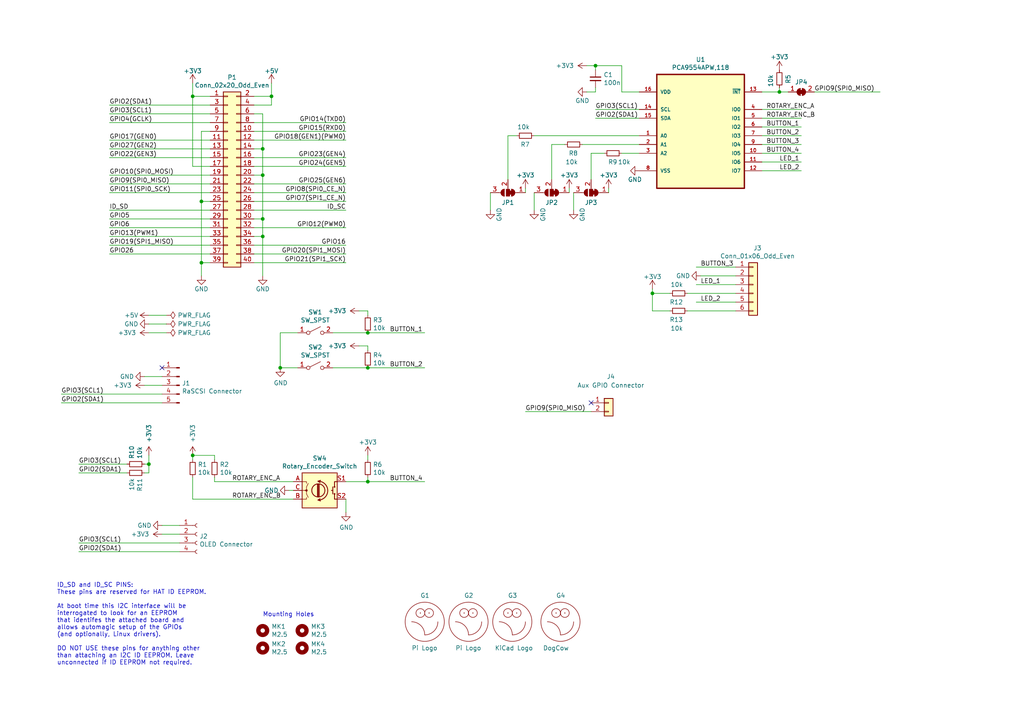
<source format=kicad_sch>
(kicad_sch (version 20211123) (generator eeschema)
  (paper "A4")
  (title_block (date "15 nov 2012"))
  (lib_symbols
    (symbol "Connector:Conn_01x04_Female" (pin_names (offset 1.016) hide)
      (property "Reference" "J" (at 0 5.08 0))
      (property "Value" "Conn_01x04_Female" (at 0 -7.62 0))
      (symbol "Conn_01x04_Female_1_1"
        (arc (start 0 -4.572) (mid -0.508 -5.08) (end 0 -5.588) (stroke (width 0.1524)))
        (arc (start 0 -2.032) (mid -0.508 -2.54) (end 0 -3.048) (stroke (width 0.1524)))
        (polyline (pts (xy -1.27 -5.08) (xy -0.508 -5.08)) (stroke (width 0.1524)))
        (polyline (pts (xy -1.27 -2.54) (xy -0.508 -2.54)) (stroke (width 0.1524)))
        (polyline (pts (xy -1.27 0) (xy -0.508 0)) (stroke (width 0.1524)))
        (polyline (pts (xy -1.27 2.54) (xy -0.508 2.54)) (stroke (width 0.1524)))
        (arc (start 0 0.508) (mid -0.508 0) (end 0 -0.508) (stroke (width 0.1524)))
        (arc (start 0 3.048) (mid -0.508 2.54) (end 0 2.032) (stroke (width 0.1524)))
        (pin passive line (at -5.08 2.54 0) (length 3.81) (name "Pin_1") (number "1"))
        (pin passive line (at -5.08 0 0) (length 3.81) (name "Pin_2") (number "2"))
        (pin passive line (at -5.08 -2.54 0) (length 3.81) (name "Pin_3") (number "3"))
        (pin passive line (at -5.08 -5.08 0) (length 3.81) (name "Pin_4") (number "4"))
      )
    )
    (symbol "Connector:Conn_01x05_Male" (pin_names (offset 1.016) hide)
      (property "Reference" "J" (at 0 7.62 0))
      (property "Value" "Conn_01x05_Male" (at 0 -7.62 0))
      (symbol "Conn_01x05_Male_1_1"
        (polyline (pts (xy 1.27 -5.08) (xy 0.8636 -5.08)) (stroke (width 0.1524)))
        (polyline (pts (xy 1.27 -2.54) (xy 0.8636 -2.54)) (stroke (width 0.1524)))
        (polyline (pts (xy 1.27 0) (xy 0.8636 0)) (stroke (width 0.1524)))
        (polyline (pts (xy 1.27 2.54) (xy 0.8636 2.54)) (stroke (width 0.1524)))
        (polyline (pts (xy 1.27 5.08) (xy 0.8636 5.08)) (stroke (width 0.1524)))
        (rectangle (start 0.8636 -4.953) (end 0 -5.207) (stroke (width 0.1524)) (fill (type outline)))
        (rectangle (start 0.8636 -2.413) (end 0 -2.667) (stroke (width 0.1524)) (fill (type outline)))
        (rectangle (start 0.8636 0.127) (end 0 -0.127) (stroke (width 0.1524)) (fill (type outline)))
        (rectangle (start 0.8636 2.667) (end 0 2.413) (stroke (width 0.1524)) (fill (type outline)))
        (rectangle (start 0.8636 5.207) (end 0 4.953) (stroke (width 0.1524)) (fill (type outline)))
        (pin passive line (at 5.08 5.08 180) (length 3.81) (name "Pin_1") (number "1"))
        (pin passive line (at 5.08 2.54 180) (length 3.81) (name "Pin_2") (number "2"))
        (pin passive line (at 5.08 0 180) (length 3.81) (name "Pin_3") (number "3"))
        (pin passive line (at 5.08 -2.54 180) (length 3.81) (name "Pin_4") (number "4"))
        (pin passive line (at 5.08 -5.08 180) (length 3.81) (name "Pin_5") (number "5"))
      )
    )
    (symbol "Connector_Generic:Conn_01x02" (pin_names (offset 1.016) hide)
      (property "Reference" "J" (at 0 2.54 0))
      (property "Value" "Conn_01x02" (at 0 -5.08 0))
      (symbol "Conn_01x02_1_1"
        (rectangle (start -1.27 -2.413) (end 0 -2.667) (stroke (width 0.1524)))
        (rectangle (start -1.27 0.127) (end 0 -0.127) (stroke (width 0.1524)))
        (rectangle (start -1.27 1.27) (end 1.27 -3.81) (stroke (width 0.254)) (fill (type background)))
        (pin passive line (at -5.08 0 0) (length 3.81) (name "Pin_1") (number "1"))
        (pin passive line (at -5.08 -2.54 0) (length 3.81) (name "Pin_2") (number "2"))
      )
    )
    (symbol "Connector_Generic:Conn_01x06" (pin_names (offset 1.016) hide)
      (property "Reference" "J" (at 0 7.62 0))
      (property "Value" "Conn_01x06" (at 0 -10.16 0))
      (symbol "Conn_01x06_1_1"
        (rectangle (start -1.27 -7.493) (end 0 -7.747) (stroke (width 0.1524)))
        (rectangle (start -1.27 -4.953) (end 0 -5.207) (stroke (width 0.1524)))
        (rectangle (start -1.27 -2.413) (end 0 -2.667) (stroke (width 0.1524)))
        (rectangle (start -1.27 0.127) (end 0 -0.127) (stroke (width 0.1524)))
        (rectangle (start -1.27 2.667) (end 0 2.413) (stroke (width 0.1524)))
        (rectangle (start -1.27 5.207) (end 0 4.953) (stroke (width 0.1524)))
        (rectangle (start -1.27 6.35) (end 1.27 -8.89) (stroke (width 0.254)) (fill (type background)))
        (pin passive line (at -5.08 5.08 0) (length 3.81) (name "Pin_1") (number "1"))
        (pin passive line (at -5.08 2.54 0) (length 3.81) (name "Pin_2") (number "2"))
        (pin passive line (at -5.08 0 0) (length 3.81) (name "Pin_3") (number "3"))
        (pin passive line (at -5.08 -2.54 0) (length 3.81) (name "Pin_4") (number "4"))
        (pin passive line (at -5.08 -5.08 0) (length 3.81) (name "Pin_5") (number "5"))
        (pin passive line (at -5.08 -7.62 0) (length 3.81) (name "Pin_6") (number "6"))
      )
    )
    (symbol "Connector_Generic:Conn_02x20_Odd_Even" (pin_names (offset 1.016) hide)
      (property "Reference" "J" (at 1.27 25.4 0))
      (property "Value" "Conn_02x20_Odd_Even" (at 1.27 -27.94 0))
      (symbol "Conn_02x20_Odd_Even_1_1"
        (rectangle (start -1.27 -25.273) (end 0 -25.527) (stroke (width 0.1524)))
        (rectangle (start -1.27 -22.733) (end 0 -22.987) (stroke (width 0.1524)))
        (rectangle (start -1.27 -20.193) (end 0 -20.447) (stroke (width 0.1524)))
        (rectangle (start -1.27 -17.653) (end 0 -17.907) (stroke (width 0.1524)))
        (rectangle (start -1.27 -15.113) (end 0 -15.367) (stroke (width 0.1524)))
        (rectangle (start -1.27 -12.573) (end 0 -12.827) (stroke (width 0.1524)))
        (rectangle (start -1.27 -10.033) (end 0 -10.287) (stroke (width 0.1524)))
        (rectangle (start -1.27 -7.493) (end 0 -7.747) (stroke (width 0.1524)))
        (rectangle (start -1.27 -4.953) (end 0 -5.207) (stroke (width 0.1524)))
        (rectangle (start -1.27 -2.413) (end 0 -2.667) (stroke (width 0.1524)))
        (rectangle (start -1.27 0.127) (end 0 -0.127) (stroke (width 0.1524)))
        (rectangle (start -1.27 2.667) (end 0 2.413) (stroke (width 0.1524)))
        (rectangle (start -1.27 5.207) (end 0 4.953) (stroke (width 0.1524)))
        (rectangle (start -1.27 7.747) (end 0 7.493) (stroke (width 0.1524)))
        (rectangle (start -1.27 10.287) (end 0 10.033) (stroke (width 0.1524)))
        (rectangle (start -1.27 12.827) (end 0 12.573) (stroke (width 0.1524)))
        (rectangle (start -1.27 15.367) (end 0 15.113) (stroke (width 0.1524)))
        (rectangle (start -1.27 17.907) (end 0 17.653) (stroke (width 0.1524)))
        (rectangle (start -1.27 20.447) (end 0 20.193) (stroke (width 0.1524)))
        (rectangle (start -1.27 22.987) (end 0 22.733) (stroke (width 0.1524)))
        (rectangle (start -1.27 24.13) (end 3.81 -26.67) (stroke (width 0.254)) (fill (type background)))
        (rectangle (start 3.81 -25.273) (end 2.54 -25.527) (stroke (width 0.1524)))
        (rectangle (start 3.81 -22.733) (end 2.54 -22.987) (stroke (width 0.1524)))
        (rectangle (start 3.81 -20.193) (end 2.54 -20.447) (stroke (width 0.1524)))
        (rectangle (start 3.81 -17.653) (end 2.54 -17.907) (stroke (width 0.1524)))
        (rectangle (start 3.81 -15.113) (end 2.54 -15.367) (stroke (width 0.1524)))
        (rectangle (start 3.81 -12.573) (end 2.54 -12.827) (stroke (width 0.1524)))
        (rectangle (start 3.81 -10.033) (end 2.54 -10.287) (stroke (width 0.1524)))
        (rectangle (start 3.81 -7.493) (end 2.54 -7.747) (stroke (width 0.1524)))
        (rectangle (start 3.81 -4.953) (end 2.54 -5.207) (stroke (width 0.1524)))
        (rectangle (start 3.81 -2.413) (end 2.54 -2.667) (stroke (width 0.1524)))
        (rectangle (start 3.81 0.127) (end 2.54 -0.127) (stroke (width 0.1524)))
        (rectangle (start 3.81 2.667) (end 2.54 2.413) (stroke (width 0.1524)))
        (rectangle (start 3.81 5.207) (end 2.54 4.953) (stroke (width 0.1524)))
        (rectangle (start 3.81 7.747) (end 2.54 7.493) (stroke (width 0.1524)))
        (rectangle (start 3.81 10.287) (end 2.54 10.033) (stroke (width 0.1524)))
        (rectangle (start 3.81 12.827) (end 2.54 12.573) (stroke (width 0.1524)))
        (rectangle (start 3.81 15.367) (end 2.54 15.113) (stroke (width 0.1524)))
        (rectangle (start 3.81 17.907) (end 2.54 17.653) (stroke (width 0.1524)))
        (rectangle (start 3.81 20.447) (end 2.54 20.193) (stroke (width 0.1524)))
        (rectangle (start 3.81 22.987) (end 2.54 22.733) (stroke (width 0.1524)))
        (pin passive line (at -5.08 22.86 0) (length 3.81) (name "Pin_1") (number "1"))
        (pin passive line (at 7.62 12.7 180) (length 3.81) (name "Pin_10") (number "10"))
        (pin passive line (at -5.08 10.16 0) (length 3.81) (name "Pin_11") (number "11"))
        (pin passive line (at 7.62 10.16 180) (length 3.81) (name "Pin_12") (number "12"))
        (pin passive line (at -5.08 7.62 0) (length 3.81) (name "Pin_13") (number "13"))
        (pin passive line (at 7.62 7.62 180) (length 3.81) (name "Pin_14") (number "14"))
        (pin passive line (at -5.08 5.08 0) (length 3.81) (name "Pin_15") (number "15"))
        (pin passive line (at 7.62 5.08 180) (length 3.81) (name "Pin_16") (number "16"))
        (pin passive line (at -5.08 2.54 0) (length 3.81) (name "Pin_17") (number "17"))
        (pin passive line (at 7.62 2.54 180) (length 3.81) (name "Pin_18") (number "18"))
        (pin passive line (at -5.08 0 0) (length 3.81) (name "Pin_19") (number "19"))
        (pin passive line (at 7.62 22.86 180) (length 3.81) (name "Pin_2") (number "2"))
        (pin passive line (at 7.62 0 180) (length 3.81) (name "Pin_20") (number "20"))
        (pin passive line (at -5.08 -2.54 0) (length 3.81) (name "Pin_21") (number "21"))
        (pin passive line (at 7.62 -2.54 180) (length 3.81) (name "Pin_22") (number "22"))
        (pin passive line (at -5.08 -5.08 0) (length 3.81) (name "Pin_23") (number "23"))
        (pin passive line (at 7.62 -5.08 180) (length 3.81) (name "Pin_24") (number "24"))
        (pin passive line (at -5.08 -7.62 0) (length 3.81) (name "Pin_25") (number "25"))
        (pin passive line (at 7.62 -7.62 180) (length 3.81) (name "Pin_26") (number "26"))
        (pin passive line (at -5.08 -10.16 0) (length 3.81) (name "Pin_27") (number "27"))
        (pin passive line (at 7.62 -10.16 180) (length 3.81) (name "Pin_28") (number "28"))
        (pin passive line (at -5.08 -12.7 0) (length 3.81) (name "Pin_29") (number "29"))
        (pin passive line (at -5.08 20.32 0) (length 3.81) (name "Pin_3") (number "3"))
        (pin passive line (at 7.62 -12.7 180) (length 3.81) (name "Pin_30") (number "30"))
        (pin passive line (at -5.08 -15.24 0) (length 3.81) (name "Pin_31") (number "31"))
        (pin passive line (at 7.62 -15.24 180) (length 3.81) (name "Pin_32") (number "32"))
        (pin passive line (at -5.08 -17.78 0) (length 3.81) (name "Pin_33") (number "33"))
        (pin passive line (at 7.62 -17.78 180) (length 3.81) (name "Pin_34") (number "34"))
        (pin passive line (at -5.08 -20.32 0) (length 3.81) (name "Pin_35") (number "35"))
        (pin passive line (at 7.62 -20.32 180) (length 3.81) (name "Pin_36") (number "36"))
        (pin passive line (at -5.08 -22.86 0) (length 3.81) (name "Pin_37") (number "37"))
        (pin passive line (at 7.62 -22.86 180) (length 3.81) (name "Pin_38") (number "38"))
        (pin passive line (at -5.08 -25.4 0) (length 3.81) (name "Pin_39") (number "39"))
        (pin passive line (at 7.62 20.32 180) (length 3.81) (name "Pin_4") (number "4"))
        (pin passive line (at 7.62 -25.4 180) (length 3.81) (name "Pin_40") (number "40"))
        (pin passive line (at -5.08 17.78 0) (length 3.81) (name "Pin_5") (number "5"))
        (pin passive line (at 7.62 17.78 180) (length 3.81) (name "Pin_6") (number "6"))
        (pin passive line (at -5.08 15.24 0) (length 3.81) (name "Pin_7") (number "7"))
        (pin passive line (at 7.62 15.24 180) (length 3.81) (name "Pin_8") (number "8"))
        (pin passive line (at -5.08 12.7 0) (length 3.81) (name "Pin_9") (number "9"))
      )
    )
    (symbol "Device:C_Small" (pin_numbers hide) (pin_names (offset 0.254) hide)
      (property "Reference" "C" (at 0.254 1.778 0))
      (property "Value" "C_Small" (at 0.254 -2.032 0))
      (symbol "C_Small_0_1"
        (polyline (pts (xy -1.524 -0.508) (xy 1.524 -0.508)) (stroke (width 0.3302)))
        (polyline (pts (xy -1.524 0.508) (xy 1.524 0.508)) (stroke (width 0.3048)))
      )
      (symbol "C_Small_1_1"
        (pin passive line (at 0 2.54 270) (length 2.032) (name "~") (number "1"))
        (pin passive line (at 0 -2.54 90) (length 2.032) (name "~") (number "2"))
      )
    )
    (symbol "Device:R_Small" (pin_numbers hide) (pin_names (offset 0.254) hide)
      (property "Reference" "R" (at 0.762 0.508 0))
      (property "Value" "R_Small" (at 0.762 -1.016 0))
      (symbol "R_Small_0_1"
        (rectangle (start -0.762 1.778) (end 0.762 -1.778) (stroke (width 0.2032)))
      )
      (symbol "R_Small_1_1"
        (pin passive line (at 0 2.54 270) (length 0.762) (name "~") (number "1"))
        (pin passive line (at 0 -2.54 90) (length 0.762) (name "~") (number "2"))
      )
    )
    (symbol "Device:RotaryEncoder_Switch" (pin_names (offset 0.254) hide)
      (property "Reference" "SW" (at 0 6.604 0))
      (property "Value" "RotaryEncoder_Switch" (at 0 -6.604 0))
      (symbol "RotaryEncoder_Switch_0_1"
        (rectangle (start -5.08 5.08) (end 5.08 -5.08) (stroke (width 0.254)) (fill (type background)))
        (circle (center -3.81 0) (radius 0.254) (fill (type outline)))
        (arc (start -0.381 -2.794) (mid 2.3622 -0.0635) (end -0.381 2.667) (stroke (width 0.254)))
        (circle (center -0.381 0) (radius 1.905) (stroke (width 0.254)))
        (polyline (pts (xy -0.635 -1.778) (xy -0.635 1.778)) (stroke (width 0.254)))
        (polyline (pts (xy -0.381 -1.778) (xy -0.381 1.778)) (stroke (width 0.254)))
        (polyline (pts (xy -0.127 1.778) (xy -0.127 -1.778)) (stroke (width 0.254)))
        (polyline (pts (xy 3.81 0) (xy 3.429 0)) (stroke (width 0.254)))
        (polyline (pts (xy 3.81 1.016) (xy 3.81 -1.016)) (stroke (width 0.254)))
        (polyline (pts (xy -5.08 -2.54) (xy -3.81 -2.54) (xy -3.81 -2.032)))
        (polyline (pts (xy -5.08 2.54) (xy -3.81 2.54) (xy -3.81 2.032)))
        (polyline (pts (xy 0.254 -3.048) (xy -0.508 -2.794) (xy 0.127 -2.413)) (stroke (width 0.254)))
        (polyline (pts (xy 0.254 2.921) (xy -0.508 2.667) (xy 0.127 2.286)) (stroke (width 0.254)))
        (polyline (pts (xy 5.08 -2.54) (xy 4.318 -2.54) (xy 4.318 -1.016)) (stroke (width 0.254)))
        (polyline (pts (xy 5.08 2.54) (xy 4.318 2.54) (xy 4.318 1.016)) (stroke (width 0.254)))
        (polyline (pts (xy -5.08 0) (xy -3.81 0) (xy -3.81 -1.016) (xy -3.302 -2.032)))
        (polyline (pts (xy -4.318 0) (xy -3.81 0) (xy -3.81 1.016) (xy -3.302 2.032)))
        (circle (center 4.318 -1.016) (radius 0.127) (stroke (width 0.254)))
        (circle (center 4.318 1.016) (radius 0.127) (stroke (width 0.254)))
      )
      (symbol "RotaryEncoder_Switch_1_1"
        (pin passive line (at -7.62 2.54 0) (length 2.54) (name "A") (number "A"))
        (pin passive line (at -7.62 -2.54 0) (length 2.54) (name "B") (number "B"))
        (pin passive line (at -7.62 0 0) (length 2.54) (name "C") (number "C"))
        (pin passive line (at 7.62 2.54 180) (length 2.54) (name "S1") (number "S1"))
        (pin passive line (at 7.62 -2.54 180) (length 2.54) (name "S2") (number "S2"))
      )
    )
    (symbol "Jumper:SolderJumper_2_Bridged" (pin_names (offset 0) hide)
      (property "Reference" "JP" (at 0 2.032 0))
      (property "Value" "SolderJumper_2_Bridged" (at 0 -2.54 0))
      (symbol "SolderJumper_2_Bridged_0_1"
        (rectangle (start -0.508 0.508) (end 0.508 -0.508) (fill (type outline)))
        (arc (start -0.254 1.016) (mid -1.27 0) (end -0.254 -1.016))
        (arc (start -0.254 1.016) (mid -1.27 0) (end -0.254 -1.016) (fill (type outline)))
        (polyline (pts (xy -0.254 1.016) (xy -0.254 -1.016)))
        (polyline (pts (xy 0.254 1.016) (xy 0.254 -1.016)))
        (arc (start 0.254 -1.016) (mid 1.27 0) (end 0.254 1.016))
        (arc (start 0.254 -1.016) (mid 1.27 0) (end 0.254 1.016) (fill (type outline)))
      )
      (symbol "SolderJumper_2_Bridged_1_1"
        (pin passive line (at -3.81 0 0) (length 2.54) (name "A") (number "1"))
        (pin passive line (at 3.81 0 180) (length 2.54) (name "B") (number "2"))
      )
    )
    (symbol "Jumper:SolderJumper_3_Bridged12" (pin_names (offset 0) hide)
      (property "Reference" "JP" (at -2.54 -2.54 0))
      (property "Value" "SolderJumper_3_Bridged12" (at 0 2.794 0))
      (symbol "SolderJumper_3_Bridged12_0_1"
        (rectangle (start -1.016 0.508) (end -0.508 -0.508) (fill (type outline)))
        (arc (start -1.016 1.016) (mid -2.032 0) (end -1.016 -1.016))
        (arc (start -1.016 1.016) (mid -2.032 0) (end -1.016 -1.016) (fill (type outline)))
        (rectangle (start -0.508 1.016) (end 0.508 -1.016) (fill (type outline)))
        (polyline (pts (xy -2.54 0) (xy -2.032 0)))
        (polyline (pts (xy -1.016 1.016) (xy -1.016 -1.016)))
        (polyline (pts (xy 0 -1.27) (xy 0 -1.016)))
        (polyline (pts (xy 1.016 1.016) (xy 1.016 -1.016)))
        (polyline (pts (xy 2.54 0) (xy 2.032 0)))
        (arc (start 1.016 -1.016) (mid 2.032 0) (end 1.016 1.016))
        (arc (start 1.016 -1.016) (mid 2.032 0) (end 1.016 1.016) (fill (type outline)))
      )
      (symbol "SolderJumper_3_Bridged12_1_1"
        (pin passive line (at -5.08 0 0) (length 2.54) (name "A") (number "1"))
        (pin passive line (at 0 -3.81 90) (length 2.54) (name "C") (number "2"))
        (pin passive line (at 5.08 0 180) (length 2.54) (name "B") (number "3"))
      )
    )
    (symbol "Mechanical:MountingHole" (pin_names (offset 1.016))
      (property "Reference" "H" (at 0 5.08 0))
      (property "Value" "MountingHole" (at 0 3.175 0))
      (symbol "MountingHole_0_1"
        (circle (center 0 0) (radius 1.27) (stroke (width 1.27)))
      )
    )
    (symbol "PCA9554APW_118:PCA9554APW,118" (pin_names (offset 1.016))
      (property "Reference" "U" (at -5.2832 15.875 0))
      (property "Value" "PCA9554APW,118" (at -4.9276 -25.8826 0))
      (symbol "PCA9554APW,118_0_0"
        (rectangle (start -12.7 -20.32) (end 12.7 12.7) (stroke (width 0.4064)) (fill (type background)))
        (pin input line (at -17.78 -5.08 0) (length 5.08) (name "A0") (number "1"))
        (pin bidirectional line (at 17.78 -10.16 180) (length 5.08) (name "IO5") (number "10"))
        (pin bidirectional line (at 17.78 -12.7 180) (length 5.08) (name "IO6") (number "11"))
        (pin bidirectional line (at 17.78 -15.24 180) (length 5.08) (name "IO7") (number "12"))
        (pin output line (at 17.78 7.62 180) (length 5.08) (name "~{INT}") (number "13"))
        (pin input line (at -17.78 2.54 0) (length 5.08) (name "SCL") (number "14"))
        (pin bidirectional line (at -17.78 0 0) (length 5.08) (name "SDA") (number "15"))
        (pin power_in line (at -17.78 7.62 0) (length 5.08) (name "VDD") (number "16"))
        (pin input line (at -17.78 -7.62 0) (length 5.08) (name "A1") (number "2"))
        (pin input line (at -17.78 -10.16 0) (length 5.08) (name "A2") (number "3"))
        (pin bidirectional line (at 17.78 2.54 180) (length 5.08) (name "IO0") (number "4"))
        (pin bidirectional line (at 17.78 0 180) (length 5.08) (name "IO1") (number "5"))
        (pin bidirectional line (at 17.78 -2.54 180) (length 5.08) (name "IO2") (number "6"))
        (pin bidirectional line (at 17.78 -5.08 180) (length 5.08) (name "IO3") (number "7"))
        (pin passive line (at -17.78 -15.24 0) (length 5.08) (name "VSS") (number "8"))
        (pin bidirectional line (at 17.78 -7.62 180) (length 5.08) (name "IO4") (number "9"))
      )
    )
    (symbol "Switch:SW_SPST" (pin_names (offset 0) hide)
      (property "Reference" "SW" (at 0 3.175 0))
      (property "Value" "SW_SPST" (at 0 -2.54 0))
      (symbol "SW_SPST_0_0"
        (circle (center -2.032 0) (radius 0.508))
        (polyline (pts (xy -1.524 0.254) (xy 1.524 1.778)))
        (circle (center 2.032 0) (radius 0.508))
      )
      (symbol "SW_SPST_1_1"
        (pin passive line (at -5.08 0 0) (length 2.54) (name "A") (number "1"))
        (pin passive line (at 5.08 0 180) (length 2.54) (name "B") (number "2"))
      )
    )
    (symbol "graphics:Generic_Graphic" (in_bom no)
      (property "Reference" "G?" (at 0 -7.62 0))
      (property "Value" "Generic_Graphic" (at 0 7.62 0))
      (symbol "Generic_Graphic_0_1"
        (circle (center -1.27 2.54) (radius 0.0001))
        (circle (center -1.27 2.54) (radius 1.27))
        (arc (start 0 -3.81) (mid 2.6941 2.6941) (end -3.81 0))
        (arc (start 0 -3.81) (mid 2.6941 -2.6941) (end 3.81 0))
        (circle (center 0 0) (radius 5.6796))
        (circle (center 1.27 2.54) (radius 0.0001))
        (circle (center 1.27 2.54) (radius 1.27))
      )
    )
    (symbol "power:+3.3V" (power) (pin_names (offset 0))
      (property "Value" "+3.3V" (at 0 3.556 0))
      (symbol "+3.3V_0_1"
        (polyline (pts (xy -0.762 1.27) (xy 0 2.54)))
        (polyline (pts (xy 0 0) (xy 0 2.54)))
        (polyline (pts (xy 0 2.54) (xy 0.762 1.27)))
      )
      (symbol "+3.3V_1_1"
        (pin power_in line (at 0 0 90) (length 0) hide (name "+3V3") (number "1"))
      )
    )
    (symbol "power:+3V3" (power) (pin_names (offset 0))
      (property "Value" "+3V3" (at 0 3.556 0))
      (symbol "+3V3_0_1"
        (polyline (pts (xy -0.762 1.27) (xy 0 2.54)))
        (polyline (pts (xy 0 0) (xy 0 2.54)))
        (polyline (pts (xy 0 2.54) (xy 0.762 1.27)))
      )
      (symbol "+3V3_1_1"
        (pin power_in line (at 0 0 90) (length 0) hide (name "+3V3") (number "1"))
      )
    )
    (symbol "power:+5V" (power) (pin_names (offset 0))
      (property "Value" "+5V" (at 0 3.556 0))
      (symbol "+5V_0_1"
        (polyline (pts (xy -0.762 1.27) (xy 0 2.54)))
        (polyline (pts (xy 0 0) (xy 0 2.54)))
        (polyline (pts (xy 0 2.54) (xy 0.762 1.27)))
      )
      (symbol "+5V_1_1"
        (pin power_in line (at 0 0 90) (length 0) hide (name "+5V") (number "1"))
      )
    )
    (symbol "power:GND" (power) (pin_names (offset 0))
      (property "Value" "GND" (at 0 -3.81 0))
      (symbol "GND_0_1"
        (polyline (pts (xy 0 0) (xy 0 -1.27) (xy 1.27 -1.27) (xy 0 -2.54) (xy -1.27 -1.27) (xy 0 -1.27)))
      )
      (symbol "GND_1_1"
        (pin power_in line (at 0 0 270) (length 0) hide (name "GND") (number "1"))
      )
    )
    (symbol "power:PWR_FLAG" (power) (pin_numbers hide) (pin_names (offset 0) hide)
      (property "Value" "PWR_FLAG" (at 0 3.81 0))
      (symbol "PWR_FLAG_0_0"
        (pin power_out line (at 0 0 90) (length 0) (name "pwr") (number "1"))
      )
      (symbol "PWR_FLAG_0_1"
        (polyline (pts (xy 0 0) (xy 0 1.27) (xy -1.016 1.905) (xy 0 2.54) (xy 1.016 1.905) (xy 0 1.27)))
      )
    )
  )
  (junction (at 55.88 132.08))
  (junction (at 55.88 27.94))
  (junction (at 189.23 85.09))
  (junction (at 81.28 106.68))
  (junction (at 76.2 68.58))
  (junction (at 76.2 63.5))
  (junction (at 106.68 106.68))
  (junction (at 58.42 58.42))
  (junction (at 76.2 50.8))
  (junction (at 106.68 96.52))
  (junction (at 78.74 27.94))
  (junction (at 172.72 19.05))
  (junction (at 58.42 76.2))
  (junction (at 43.18 134.62))
  (junction (at 106.68 139.7))
  (junction (at 226.06 26.67))
  (junction (at 76.2 43.18))
  (no_connect (at 171.45 116.84))
  (no_connect (at 46.99 106.68))
  (wire (pts (xy 22.86 157.48) (xy 52.07 157.48)))
  (wire (pts (xy 85.09 142.24) (xy 83.82 142.24)))
  (wire (pts (xy 76.2 63.5) (xy 73.66 63.5)))
  (wire (pts (xy 199.39 90.17) (xy 213.36 90.17)))
  (wire (pts (xy 76.2 43.18) (xy 76.2 50.8)))
  (wire (pts (xy 100.33 144.78) (xy 100.33 148.59)))
  (wire (pts (xy 142.24 60.96) (xy 142.24 55.88)))
  (wire (pts (xy 203.2 80.01) (xy 213.36 80.01)))
  (wire (pts (xy 31.75 73.66) (xy 60.96 73.66)))
  (wire (pts (xy 31.75 43.18) (xy 60.96 43.18)))
  (wire (pts (xy 73.66 71.12) (xy 100.33 71.12)))
  (wire (pts (xy 220.98 34.29) (xy 232.41 34.29)))
  (wire (pts (xy 152.4 119.38) (xy 171.45 119.38)))
  (wire (pts (xy 147.32 39.37) (xy 149.86 39.37)))
  (wire (pts (xy 73.66 73.66) (xy 100.33 73.66)))
  (wire (pts (xy 189.23 83.82) (xy 189.23 85.09)))
  (wire (pts (xy 172.72 20.32) (xy 172.72 19.05)))
  (wire (pts (xy 106.68 90.17) (xy 106.68 91.44)))
  (wire (pts (xy 73.66 38.1) (xy 100.33 38.1)))
  (wire (pts (xy 86.36 106.68) (xy 81.28 106.68)))
  (wire (pts (xy 46.99 152.4) (xy 52.07 152.4)))
  (wire (pts (xy 76.2 50.8) (xy 76.2 63.5)))
  (wire (pts (xy 166.37 55.88) (xy 166.37 60.96)))
  (wire (pts (xy 60.96 50.8) (xy 31.75 50.8)))
  (wire (pts (xy 201.93 77.47) (xy 213.36 77.47)))
  (wire (pts (xy 46.99 116.84) (xy 17.78 116.84)))
  (wire (pts (xy 58.42 58.42) (xy 58.42 76.2)))
  (wire (pts (xy 220.98 46.99) (xy 232.41 46.99)))
  (wire (pts (xy 76.2 33.02) (xy 73.66 33.02)))
  (wire (pts (xy 171.45 44.45) (xy 171.45 52.07)))
  (wire (pts (xy 76.2 63.5) (xy 76.2 68.58)))
  (wire (pts (xy 180.34 19.05) (xy 180.34 26.67)))
  (wire (pts (xy 189.23 85.09) (xy 194.31 85.09)))
  (wire (pts (xy 76.2 68.58) (xy 73.66 68.58)))
  (wire (pts (xy 41.91 134.62) (xy 43.18 134.62)))
  (wire (pts (xy 31.75 45.72) (xy 60.96 45.72)))
  (wire (pts (xy 73.66 45.72) (xy 100.33 45.72)))
  (wire (pts (xy 81.28 96.52) (xy 81.28 106.68)))
  (wire (pts (xy 31.75 63.5) (xy 60.96 63.5)))
  (wire (pts (xy 220.98 31.75) (xy 232.41 31.75)))
  (wire (pts (xy 73.66 48.26) (xy 100.33 48.26)))
  (wire (pts (xy 58.42 76.2) (xy 58.42 80.01)))
  (wire (pts (xy 226.06 26.67) (xy 228.6 26.67)))
  (wire (pts (xy 154.94 60.96) (xy 154.94 55.88)))
  (wire (pts (xy 78.74 27.94) (xy 73.66 27.94)))
  (wire (pts (xy 220.98 26.67) (xy 226.06 26.67)))
  (wire (pts (xy 104.14 90.17) (xy 106.68 90.17)))
  (wire (pts (xy 31.75 55.88) (xy 60.96 55.88)))
  (wire (pts (xy 73.66 40.64) (xy 100.33 40.64)))
  (wire (pts (xy 60.96 68.58) (xy 31.75 68.58)))
  (wire (pts (xy 76.2 68.58) (xy 76.2 80.01)))
  (wire (pts (xy 106.68 132.08) (xy 106.68 133.35)))
  (wire (pts (xy 180.34 26.67) (xy 185.42 26.67)))
  (wire (pts (xy 58.42 58.42) (xy 60.96 58.42)))
  (wire (pts (xy 76.2 33.02) (xy 76.2 43.18)))
  (wire (pts (xy 106.68 139.7) (xy 106.68 138.43)))
  (wire (pts (xy 154.94 39.37) (xy 185.42 39.37)))
  (wire (pts (xy 43.18 134.62) (xy 43.18 132.08)))
  (wire (pts (xy 73.66 53.34) (xy 100.33 53.34)))
  (wire (pts (xy 152.4 54.61) (xy 152.4 55.88)))
  (wire (pts (xy 58.42 76.2) (xy 60.96 76.2)))
  (wire (pts (xy 73.66 55.88) (xy 100.33 55.88)))
  (wire (pts (xy 189.23 85.09) (xy 189.23 90.17)))
  (wire (pts (xy 62.23 133.35) (xy 62.23 132.08)))
  (wire (pts (xy 220.98 39.37) (xy 232.41 39.37)))
  (wire (pts (xy 58.42 38.1) (xy 58.42 58.42)))
  (wire (pts (xy 96.52 106.68) (xy 106.68 106.68)))
  (wire (pts (xy 78.74 27.94) (xy 78.74 30.48)))
  (wire (pts (xy 170.18 19.05) (xy 172.72 19.05)))
  (wire (pts (xy 41.91 111.76) (xy 46.99 111.76)))
  (wire (pts (xy 73.66 76.2) (xy 100.33 76.2)))
  (wire (pts (xy 43.18 137.16) (xy 43.18 134.62)))
  (wire (pts (xy 185.42 41.91) (xy 168.91 41.91)))
  (wire (pts (xy 55.88 48.26) (xy 60.96 48.26)))
  (wire (pts (xy 43.18 91.44) (xy 48.26 91.44)))
  (wire (pts (xy 201.93 87.63) (xy 213.36 87.63)))
  (wire (pts (xy 73.66 60.96) (xy 100.33 60.96)))
  (wire (pts (xy 55.88 132.08) (xy 55.88 133.35)))
  (wire (pts (xy 170.18 26.67) (xy 172.72 26.67)))
  (wire (pts (xy 31.75 35.56) (xy 60.96 35.56)))
  (wire (pts (xy 104.14 100.33) (xy 106.68 100.33)))
  (wire (pts (xy 226.06 25.4) (xy 226.06 26.67)))
  (wire (pts (xy 106.68 100.33) (xy 106.68 101.6)))
  (wire (pts (xy 185.42 44.45) (xy 180.34 44.45)))
  (wire (pts (xy 55.88 27.94) (xy 60.96 27.94)))
  (wire (pts (xy 163.83 41.91) (xy 160.02 41.91)))
  (wire (pts (xy 100.33 139.7) (xy 106.68 139.7)))
  (wire (pts (xy 73.66 35.56) (xy 100.33 35.56)))
  (wire (pts (xy 172.72 31.75) (xy 185.42 31.75)))
  (wire (pts (xy 106.68 106.68) (xy 123.19 106.68)))
  (wire (pts (xy 78.74 30.48) (xy 73.66 30.48)))
  (wire (pts (xy 147.32 52.07) (xy 147.32 39.37)))
  (wire (pts (xy 31.75 66.04) (xy 60.96 66.04)))
  (wire (pts (xy 62.23 138.43) (xy 62.23 139.7)))
  (wire (pts (xy 78.74 24.13) (xy 78.74 27.94)))
  (wire (pts (xy 17.78 114.3) (xy 46.99 114.3)))
  (wire (pts (xy 76.2 43.18) (xy 73.66 43.18)))
  (wire (pts (xy 106.68 139.7) (xy 123.19 139.7)))
  (wire (pts (xy 73.66 58.42) (xy 100.33 58.42)))
  (wire (pts (xy 165.1 54.61) (xy 165.1 55.88)))
  (wire (pts (xy 41.91 137.16) (xy 43.18 137.16)))
  (wire (pts (xy 60.96 60.96) (xy 31.75 60.96)))
  (wire (pts (xy 236.22 26.67) (xy 255.27 26.67)))
  (wire (pts (xy 172.72 34.29) (xy 185.42 34.29)))
  (wire (pts (xy 31.75 33.02) (xy 60.96 33.02)))
  (wire (pts (xy 43.18 93.98) (xy 48.26 93.98)))
  (wire (pts (xy 175.26 44.45) (xy 171.45 44.45)))
  (wire (pts (xy 73.66 66.04) (xy 100.33 66.04)))
  (wire (pts (xy 22.86 137.16) (xy 36.83 137.16)))
  (wire (pts (xy 172.72 26.67) (xy 172.72 25.4)))
  (wire (pts (xy 160.02 41.91) (xy 160.02 52.07)))
  (wire (pts (xy 220.98 49.53) (xy 232.41 49.53)))
  (wire (pts (xy 81.28 96.52) (xy 86.36 96.52)))
  (wire (pts (xy 55.88 144.78) (xy 85.09 144.78)))
  (wire (pts (xy 220.98 44.45) (xy 232.41 44.45)))
  (wire (pts (xy 172.72 19.05) (xy 180.34 19.05)))
  (wire (pts (xy 41.91 109.22) (xy 46.99 109.22)))
  (wire (pts (xy 62.23 132.08) (xy 55.88 132.08)))
  (wire (pts (xy 31.75 71.12) (xy 60.96 71.12)))
  (wire (pts (xy 106.68 96.52) (xy 123.19 96.52)))
  (wire (pts (xy 58.42 38.1) (xy 60.96 38.1)))
  (wire (pts (xy 220.98 36.83) (xy 232.41 36.83)))
  (wire (pts (xy 60.96 30.48) (xy 31.75 30.48)))
  (wire (pts (xy 62.23 139.7) (xy 85.09 139.7)))
  (wire (pts (xy 31.75 53.34) (xy 60.96 53.34)))
  (wire (pts (xy 76.2 50.8) (xy 73.66 50.8)))
  (wire (pts (xy 96.52 96.52) (xy 106.68 96.52)))
  (wire (pts (xy 176.53 54.61) (xy 176.53 55.88)))
  (wire (pts (xy 60.96 40.64) (xy 31.75 40.64)))
  (wire (pts (xy 55.88 24.13) (xy 55.88 27.94)))
  (wire (pts (xy 189.23 90.17) (xy 194.31 90.17)))
  (wire (pts (xy 199.39 85.09) (xy 213.36 85.09)))
  (wire (pts (xy 55.88 138.43) (xy 55.88 144.78)))
  (wire (pts (xy 220.98 41.91) (xy 232.41 41.91)))
  (wire (pts (xy 43.18 96.52) (xy 48.26 96.52)))
  (wire (pts (xy 52.07 160.02) (xy 22.86 160.02)))
  (wire (pts (xy 201.93 82.55) (xy 213.36 82.55)))
  (wire (pts (xy 46.99 154.94) (xy 52.07 154.94)))
  (wire (pts (xy 22.86 134.62) (xy 36.83 134.62)))
  (wire (pts (xy 55.88 27.94) (xy 55.88 48.26)))
  (text "ID_SD and ID_SC PINS:\nThese pins are reserved for HAT ID EEPROM.\n\nAt boot time this I2C interface will be\ninterrogated to look for an EEPROM\nthat identifes the attached board and\nallows automagic setup of the GPIOs\n(and optionally, Linux drivers).\n\nDO NOT USE these pins for anything other\nthan attaching an I2C ID EEPROM. Leave\nunconnected if ID EEPROM not required." (at 16.51 193.04 0) (effects (font (size 1.27 1.27)) (justify left bottom)))
  (text "Mounting Holes" (at 76.2 179.07 0) (effects (font (size 1.27 1.27)) (justify left bottom)))
  (label "GPIO27(GEN2)" (at 31.75 43.18 0))
  (label "GPIO19(SPI1_MISO)" (at 31.75 71.12 0))
  (label "GPIO7(SPI1_CE_N)" (at 100.33 58.42 180))
  (label "LED_1" (at 226.06 46.99 0))
  (label "GPIO11(SPI0_SCK)" (at 31.75 55.88 0))
  (label "BUTTON_3" (at 222.25 41.91 0))
  (label "ID_SD" (at 31.75 60.96 0))
  (label "BUTTON_2" (at 113.03 106.68 0))
  (label "GPIO18(GEN1)(PWM0)" (at 100.33 40.64 180))
  (label "GPIO22(GEN3)" (at 31.75 45.72 0))
  (label "LED_2" (at 203.2 87.63 0))
  (label "GPIO21(SPI1_SCK)" (at 100.33 76.2 180))
  (label "GPIO9(SPI0_MISO)" (at 236.22 26.67 0))
  (label "GPIO5" (at 31.75 63.5 0))
  (label "ROTARY_ENC_A" (at 222.25 31.75 0))
  (label "GPIO25(GEN6)" (at 100.33 53.34 180))
  (label "GPIO2(SDA1)" (at 31.75 30.48 0))
  (label "GPIO3(SCL1)" (at 22.86 157.48 0))
  (label "ROTARY_ENC_B" (at 67.31 144.78 0))
  (label "BUTTON_1" (at 222.25 36.83 0))
  (label "GPIO14(TXD0)" (at 100.33 35.56 180))
  (label "GPIO13(PWM1)" (at 31.75 68.58 0))
  (label "BUTTON_1" (at 113.03 96.52 0))
  (label "GPIO16" (at 100.33 71.12 180))
  (label "LED_1" (at 203.2 82.55 0))
  (label "GPIO15(RXD0)" (at 100.33 38.1 180))
  (label "GPIO3(SCL1)" (at 31.75 33.02 0))
  (label "GPIO20(SPI1_MOSI)" (at 100.33 73.66 180))
  (label "GPIO2(SDA1)" (at 22.86 160.02 0))
  (label "GPIO6" (at 31.75 66.04 0))
  (label "GPIO8(SPI0_CE_N)" (at 100.33 55.88 180))
  (label "GPIO9(SPI0_MISO)" (at 152.4 119.38 0))
  (label "GPIO4(GCLK)" (at 31.75 35.56 0))
  (label "GPIO26" (at 31.75 73.66 0))
  (label "GPIO2(SDA1)" (at 172.72 34.29 0))
  (label "GPIO3(SCL1)" (at 22.86 134.62 0))
  (label "ID_SC" (at 100.33 60.96 180))
  (label "BUTTON_2" (at 222.25 39.37 0))
  (label "GPIO10(SPI0_MOSI)" (at 31.75 50.8 0))
  (label "GPIO3(SCL1)" (at 17.78 114.3 0))
  (label "GPIO2(SDA1)" (at 17.78 116.84 0))
  (label "GPIO12(PWM0)" (at 100.33 66.04 180))
  (label "BUTTON_4" (at 222.25 44.45 0))
  (label "GPIO24(GEN5)" (at 100.33 48.26 180))
  (label "GPIO2(SDA1)" (at 22.86 137.16 0))
  (label "GPIO3(SCL1)" (at 172.72 31.75 0))
  (label "BUTTON_3" (at 203.2 77.47 0))
  (label "GPIO17(GEN0)" (at 31.75 40.64 0))
  (label "LED_2" (at 226.06 49.53 0))
  (label "ROTARY_ENC_A" (at 67.31 139.7 0))
  (label "GPIO23(GEN4)" (at 100.33 45.72 180))
  (label "GPIO9(SPI0_MISO)" (at 31.75 53.34 0))
  (label "BUTTON_4" (at 113.03 139.7 0))
  (label "ROTARY_ENC_B" (at 222.25 34.29 0))
  (symbol (lib_id "power:+5V") (at 78.74 24.13 0) (unit 1)
    (property "Reference" "#PWR011" (effects hide))
    (property "Value" "+5V" (at 78.74 20.574 0))
  )
  (symbol (lib_id "power:+3.3V") (at 55.88 24.13 0) (unit 1)
    (property "Reference" "#PWR07" (effects hide))
    (property "Value" "+3.3V" (at 55.88 20.574 0))
  )
  (symbol (lib_id "power:GND") (at 76.2 80.01 0) (unit 1)
    (property "Reference" "#PWR010" (effects hide))
    (property "Value" "GND" (at 76.2 83.82 0))
  )
  (symbol (lib_id "power:GND") (at 58.42 80.01 0) (unit 1)
    (property "Reference" "#PWR09" (effects hide))
    (property "Value" "GND" (at 58.42 83.82 0))
  )
  (symbol (lib_id "Mechanical:MountingHole") (at 76.2 182.88 0) (unit 1)
    (property "Reference" "MK1" (at 78.74 181.7116 0) (effects (justify left)))
    (property "Value" "M2.5" (at 78.74 184.023 0) (effects (justify left)))
    (property "Footprint" "MountingHole:MountingHole_2.7mm_M2.5" (effects hide))
  )
  (symbol (lib_id "Mechanical:MountingHole") (at 87.63 182.88 0) (unit 1)
    (property "Reference" "MK3" (at 90.17 181.7116 0) (effects (justify left)))
    (property "Value" "M2.5" (at 90.17 184.023 0) (effects (justify left)))
    (property "Footprint" "MountingHole:MountingHole_2.7mm_M2.5" (effects hide))
  )
  (symbol (lib_id "Mechanical:MountingHole") (at 76.2 187.96 0) (unit 1)
    (property "Reference" "MK2" (at 78.74 186.7916 0) (effects (justify left)))
    (property "Value" "M2.5" (at 78.74 189.103 0) (effects (justify left)))
    (property "Footprint" "MountingHole:MountingHole_2.7mm_M2.5" (effects hide))
  )
  (symbol (lib_id "Mechanical:MountingHole") (at 87.63 187.96 0) (unit 1)
    (property "Reference" "MK4" (at 90.17 186.7916 0) (effects (justify left)))
    (property "Value" "M2.5" (at 90.17 189.103 0) (effects (justify left)))
    (property "Footprint" "MountingHole:MountingHole_2.7mm_M2.5" (effects hide))
  )
  (symbol (lib_id "Connector_Generic:Conn_02x20_Odd_Even") (at 66.04 50.8 0) (unit 1)
    (property "Reference" "P1" (at 67.31 22.4282 0))
    (property "Value" "Conn_02x20_Odd_Even" (at 67.31 24.7396 0))
    (property "Footprint" "Connector_PinSocket_2.54mm:PinSocket_2x20_P2.54mm_Vertical" (effects hide))
  )
  (symbol (lib_id "Connector:Conn_01x05_Male") (at 52.07 111.76 0) (mirror y) (unit 1)
    (property "Reference" "J1" (at 52.7812 111.1504 0) (effects (justify right)))
    (property "Value" "RaSCSI Connector" (at 52.7812 113.4618 0) (effects (justify right)))
    (property "Footprint" "Connector_PinHeader_2.54mm:PinHeader_1x05_P2.54mm_Vertical" (effects hide))
  )
  (symbol (lib_id "Switch:SW_SPST") (at 91.44 96.52 0) (unit 1)
    (property "Reference" "SW1" (at 91.44 90.551 0))
    (property "Value" "SW_SPST" (at 91.44 92.8624 0))
    (property "Footprint" "Button_Switch_THT:SW_PUSH_6mm_H5mm" (effects hide))
    (property "Datasheet" "https://datasheet.lcsc.com/lcsc/2108131530_Korean-Hroparts-Elec-K2-1102DP-C4SW-04_C110153.pdf" (effects hide))
    (property "LCSC" "C110153" (effects hide))
  )
  (symbol (lib_id "power:+3.3V") (at 43.18 132.08 0) (unit 1)
    (property "Reference" "#PWR029" (effects hide))
    (property "Value" "+3.3V" (at 43.18 125.73 90))
  )
  (symbol (lib_id "Switch:SW_SPST") (at 91.44 106.68 0) (unit 1)
    (property "Reference" "SW2" (at 91.44 100.711 0))
    (property "Value" "SW_SPST" (at 91.44 103.0224 0))
    (property "Footprint" "Button_Switch_THT:SW_PUSH_6mm_H5mm" (effects hide))
    (property "Datasheet" "https://datasheet.lcsc.com/lcsc/2108131530_Korean-Hroparts-Elec-K2-1102DP-C4SW-04_C110153.pdf" (effects hide))
    (property "LCSC" "C110153" (effects hide))
  )
  (symbol (lib_id "Device:R_Small") (at 106.68 93.98 0) (unit 1)
    (property "Reference" "R3" (at 108.1786 92.8116 0) (effects (justify left)))
    (property "Value" "10k" (at 108.1786 95.123 0) (effects (justify left)))
    (property "Footprint" "Resistor_SMD:R_0805_2012Metric" (effects hide))
    (property "LCSC" "C17414" (effects hide))
  )
  (symbol (lib_id "Device:R_Small") (at 106.68 104.14 0) (unit 1)
    (property "Reference" "R4" (at 108.1786 102.9716 0) (effects (justify left)))
    (property "Value" "10k" (at 108.1786 105.283 0) (effects (justify left)))
    (property "Footprint" "Resistor_SMD:R_0805_2012Metric" (effects hide))
    (property "LCSC" "C17414" (effects hide))
  )
  (symbol (lib_id "power:GND") (at 81.28 106.68 0) (unit 1)
    (property "Reference" "#PWR012" (effects hide))
    (property "Value" "GND" (at 81.407 111.0742 0))
  )
  (symbol (lib_id "Device:R_Small") (at 39.37 134.62 90) (unit 1)
    (property "Reference" "R10" (at 38.2016 133.1214 0) (effects (justify left)))
    (property "Value" "10k" (at 40.513 133.1214 0) (effects (justify left)))
    (property "Footprint" "Resistor_SMD:R_0805_2012Metric" (effects hide))
    (property "LCSC" "C17414" (effects hide))
  )
  (symbol (lib_id "power:+3V3") (at 104.14 90.17 90) (unit 1)
    (property "Reference" "#PWR015" (effects hide))
    (property "Value" "+3V3" (at 97.79 90.17 90))
  )
  (symbol (lib_id "Device:R_Small") (at 39.37 137.16 270) (unit 1)
    (property "Reference" "R11" (at 40.5384 138.6586 0) (effects (justify left)))
    (property "Value" "10k" (at 38.227 138.6586 0) (effects (justify left)))
    (property "Footprint" "Resistor_SMD:R_0805_2012Metric" (effects hide))
    (property "LCSC" "C17414" (effects hide))
  )
  (symbol (lib_id "power:+3V3") (at 104.14 100.33 90) (unit 1)
    (property "Reference" "#PWR016" (effects hide))
    (property "Value" "+3V3" (at 97.79 100.33 90))
  )
  (symbol (lib_id "Device:RotaryEncoder_Switch") (at 92.71 142.24 0) (unit 1)
    (property "Reference" "SW4" (at 92.71 132.9182 0))
    (property "Value" "Rotary_Encoder_Switch" (at 92.71 135.2296 0))
    (property "Footprint" "Rotary_Encoder:RotaryEncoder_Alps_EC11E-Switch_Vertical_H20mm" (effects hide))
  )
  (symbol (lib_id "Device:C_Small") (at 172.72 22.86 0) (unit 1)
    (property "Reference" "C1" (at 175.0568 21.6916 0) (effects (justify left)))
    (property "Value" "100n" (at 175.0568 24.003 0) (effects (justify left)))
    (property "Footprint" "Capacitor_SMD:C_0805_2012Metric" (effects hide))
    (property "LCSC" "C49678" (effects hide))
  )
  (symbol (lib_id "power:GND") (at 203.2 80.01 270) (unit 1)
    (property "Reference" "#PWR032" (effects hide))
    (property "Value" "GND" (at 198.12 80.01 90))
  )
  (symbol (lib_id "power:GND") (at 170.18 26.67 270) (unit 1)
    (property "Reference" "#PWR030" (effects hide))
    (property "Value" "GND" (at 168.91 29.21 90))
  )
  (symbol (lib_id "Device:R_Small") (at 106.68 135.89 0) (unit 1)
    (property "Reference" "R6" (at 108.1786 134.7216 0) (effects (justify left)))
    (property "Value" "10k" (at 108.1786 137.033 0) (effects (justify left)))
    (property "Footprint" "Resistor_SMD:R_0805_2012Metric" (effects hide))
    (property "LCSC" "C17414" (effects hide))
  )
  (symbol (lib_id "power:+3V3") (at 106.68 132.08 0) (unit 1)
    (property "Reference" "#PWR018" (effects hide))
    (property "Value" "+3V3" (at 106.68 128.27 0))
  )
  (symbol (lib_id "Device:R_Small") (at 196.85 90.17 90) (unit 1)
    (property "Reference" "R13" (at 198.12 92.71 90) (effects (justify left)))
    (property "Value" "10k" (at 198.12 95.25 90) (effects (justify left)))
    (property "Footprint" "Resistor_SMD:R_0805_2012Metric" (effects hide))
    (property "LCSC" "C17414" (effects hide))
  )
  (symbol (lib_id "Device:R_Small") (at 196.85 85.09 90) (unit 1)
    (property "Reference" "R12" (at 198.12 87.63 90) (effects (justify left)))
    (property "Value" "10k" (at 198.12 82.55 90) (effects (justify left)))
    (property "Footprint" "Resistor_SMD:R_0805_2012Metric" (effects hide))
    (property "LCSC" "C17414" (effects hide))
  )
  (symbol (lib_id "power:GND") (at 100.33 148.59 0) (unit 1)
    (property "Reference" "#PWR014" (effects hide))
    (property "Value" "GND" (at 100.457 152.9842 0))
  )
  (symbol (lib_id "Device:R_Small") (at 55.88 135.89 0) (unit 1)
    (property "Reference" "R1" (at 57.3786 134.7216 0) (effects (justify left)))
    (property "Value" "10k" (at 57.3786 137.033 0) (effects (justify left)))
    (property "Footprint" "Resistor_SMD:R_0805_2012Metric" (effects hide))
    (property "LCSC" "C17414" (effects hide))
  )
  (symbol (lib_id "power:+3V3") (at 55.88 132.08 0) (unit 1)
    (property "Reference" "#PWR08" (effects hide))
    (property "Value" "+3V3" (at 55.88 125.73 90))
  )
  (symbol (lib_id "Device:R_Small") (at 62.23 135.89 0) (unit 1)
    (property "Reference" "R2" (at 63.7286 134.7216 0) (effects (justify left)))
    (property "Value" "10k" (at 63.7286 137.033 0) (effects (justify left)))
    (property "Footprint" "Resistor_SMD:R_0805_2012Metric" (effects hide))
    (property "LCSC" "C17414" (effects hide))
  )
  (symbol (lib_id "power:GND") (at 83.82 142.24 270) (unit 1)
    (property "Reference" "#PWR013" (effects hide))
    (property "Value" "GND" (at 78.74 142.24 90))
  )
  (symbol (lib_id "power:+3.3V") (at 41.91 111.76 90) (unit 1)
    (property "Reference" "#PWR03" (effects hide))
    (property "Value" "+3.3V" (at 35.56 111.76 90))
  )
  (symbol (lib_id "power:GND") (at 41.91 109.22 270) (unit 1)
    (property "Reference" "#PWR02" (effects hide))
    (property "Value" "GND" (at 36.83 109.22 90))
  )
  (symbol (lib_id "Connector:Conn_01x04_Female") (at 57.15 154.94 0) (unit 1)
    (property "Reference" "J2" (at 57.8612 155.5496 0) (effects (justify left)))
    (property "Value" "OLED Connector" (at 57.8612 157.861 0) (effects (justify left)))
    (property "Footprint" "mousebites:0.9_and_1.3_in_OLED_Footprint" (effects hide))
  )
  (symbol (lib_id "power:+3.3V") (at 46.99 154.94 90) (unit 1)
    (property "Reference" "#PWR025" (effects hide))
    (property "Value" "+3.3V" (at 40.64 154.94 90))
  )
  (symbol (lib_id "power:GND") (at 46.99 152.4 270) (unit 1)
    (property "Reference" "#PWR024" (effects hide))
    (property "Value" "GND" (at 41.91 152.4 90))
  )
  (symbol (lib_id "Connector_Generic:Conn_01x06") (at 218.44 82.55 0) (unit 1)
    (property "Reference" "J3" (at 219.71 71.9582 0))
    (property "Value" "Conn_01x06_Odd_Even" (at 219.71 74.2696 0))
    (property "Footprint" "Connector_PinHeader_2.54mm:PinHeader_1x06_P2.54mm_Vertical" (effects hide))
  )
  (symbol (lib_id "power:+5V") (at 43.18 91.44 90) (unit 1)
    (property "Reference" "#PWR04" (effects hide))
    (property "Value" "+5V" (at 38.1 91.44 90))
  )
  (symbol (lib_id "power:+3.3V") (at 43.18 96.52 90) (unit 1)
    (property "Reference" "#PWR06" (effects hide))
    (property "Value" "+3.3V" (at 36.83 96.52 90))
  )
  (symbol (lib_id "power:GND") (at 43.18 93.98 270) (unit 1)
    (property "Reference" "#PWR05" (effects hide))
    (property "Value" "GND" (at 38.1 93.98 90))
  )
  (symbol (lib_id "power:PWR_FLAG") (at 48.26 91.44 270) (unit 1)
    (property "Reference" "#FLG01" (effects hide))
    (property "Value" "PWR_FLAG" (at 51.5112 91.44 90) (effects (justify left)))
  )
  (symbol (lib_id "power:PWR_FLAG") (at 48.26 93.98 270) (unit 1)
    (property "Reference" "#FLG02" (effects hide))
    (property "Value" "PWR_FLAG" (at 51.5112 93.98 90) (effects (justify left)))
  )
  (symbol (lib_id "power:PWR_FLAG") (at 48.26 96.52 270) (unit 1)
    (property "Reference" "#FLG03" (effects hide))
    (property "Value" "PWR_FLAG" (at 51.5112 96.52 90) (effects (justify left)))
  )
  (symbol (lib_id "PCA9554APW_118:PCA9554APW,118") (at 203.2 34.29 0) (unit 1)
    (property "Reference" "U1" (at 203.2 17.272 0))
    (property "Value" "PCA9554APW,118" (at 203.2 19.5834 0))
    (property "Footprint" "Package_SO:TSSOP-16_4.4x5mm_P0.65mm" (effects hide))
    (property "OC_FARNELL" "1831212" (effects hide))
    (property "OC_NEWARK" "70R6656" (effects hide))
    (property "MPN" "PCA9554APW,118" (effects hide))
    (property "PACKAGE" "TSSOP" (effects hide))
    (property "SUPPLIER" "NXP" (effects hide))
  )
  (symbol (lib_id "power:+3.3V") (at 170.18 19.05 90) (unit 1)
    (property "Reference" "#PWR027" (effects hide))
    (property "Value" "+3.3V" (at 163.83 19.05 90))
  )
  (symbol (lib_id "power:GND") (at 185.42 49.53 270) (unit 1)
    (property "Reference" "#PWR028" (effects hide))
    (property "Value" "GND" (at 184.15 52.07 90))
  )
  (symbol (lib_id "power:+3.3V") (at 189.23 83.82 0) (unit 1)
    (property "Reference" "#PWR031" (effects hide))
    (property "Value" "+3.3V" (at 189.23 80.264 0))
  )
  (symbol (lib_id "Jumper:SolderJumper_2_Bridged") (at 232.41 26.67 0) (unit 1)
    (property "Reference" "JP4" (at 232.41 23.7998 0))
    (property "Value" "SolderJumper_2_Open" (effects hide))
    (property "Footprint" "Jumper:SolderJumper-2_P1.3mm_Bridged_RoundedPad1.0x1.5mm" (effects hide))
  )
  (symbol (lib_id "Jumper:SolderJumper_3_Bridged12") (at 147.32 55.88 180) (unit 1)
    (property "Reference" "JP1" (at 147.32 58.7502 0))
    (property "Value" "SolderJumper_3_Bridged12" (effects hide))
    (property "Footprint" "Jumper:SolderJumper-3_P1.3mm_Bridged12_RoundedPad1.0x1.5mm" (effects hide))
  )
  (symbol (lib_id "Jumper:SolderJumper_3_Bridged12") (at 160.02 55.88 180) (unit 1)
    (property "Reference" "JP2" (at 160.02 58.7502 0))
    (property "Value" "SolderJumper_3_Bridged12" (effects hide))
    (property "Footprint" "Jumper:SolderJumper-3_P1.3mm_Bridged12_RoundedPad1.0x1.5mm" (effects hide))
  )
  (symbol (lib_id "Jumper:SolderJumper_3_Bridged12") (at 171.45 55.88 180) (unit 1)
    (property "Reference" "JP3" (at 171.45 58.7502 0))
    (property "Value" "SolderJumper_3_Bridged12" (effects hide))
    (property "Footprint" "Jumper:SolderJumper-3_P1.3mm_Bridged12_RoundedPad1.0x1.5mm" (effects hide))
  )
  (symbol (lib_id "Device:R_Small") (at 166.37 41.91 90) (unit 1)
    (property "Reference" "R8" (at 167.64 44.45 90) (effects (justify left)))
    (property "Value" "10k" (at 167.64 46.99 90) (effects (justify left)))
    (property "Footprint" "Resistor_SMD:R_0805_2012Metric" (effects hide))
    (property "LCSC" "C17414" (effects hide))
  )
  (symbol (lib_id "Device:R_Small") (at 177.8 44.45 90) (unit 1)
    (property "Reference" "R9" (at 179.07 46.99 90) (effects (justify left)))
    (property "Value" "10k" (at 182.88 46.99 90) (effects (justify left)))
    (property "Footprint" "Resistor_SMD:R_0805_2012Metric" (effects hide))
    (property "LCSC" "C17414" (effects hide))
  )
  (symbol (lib_id "Device:R_Small") (at 152.4 39.37 90) (unit 1)
    (property "Reference" "R7" (at 153.67 41.91 90) (effects (justify left)))
    (property "Value" "10k" (at 153.67 36.83 90) (effects (justify left)))
    (property "Footprint" "Resistor_SMD:R_0805_2012Metric" (effects hide))
    (property "LCSC" "C17414" (effects hide))
  )
  (symbol (lib_id "power:GND") (at 142.24 60.96 0) (unit 1)
    (property "Reference" "#PWR019" (effects hide))
    (property "Value" "GND" (at 144.78 62.23 90))
  )
  (symbol (lib_id "power:GND") (at 154.94 60.96 0) (unit 1)
    (property "Reference" "#PWR021" (effects hide))
    (property "Value" "GND" (at 157.48 62.23 90))
  )
  (symbol (lib_id "power:GND") (at 166.37 60.96 0) (unit 1)
    (property "Reference" "#PWR023" (effects hide))
    (property "Value" "GND" (at 168.91 62.23 90))
  )
  (symbol (lib_id "power:+3.3V") (at 176.53 54.61 0) (unit 1)
    (property "Reference" "#PWR026" (effects hide))
    (property "Value" "+3.3V" (at 176.53 50.8 0))
  )
  (symbol (lib_id "power:+3.3V") (at 165.1 54.61 0) (unit 1)
    (property "Reference" "#PWR022" (effects hide))
    (property "Value" "+3.3V" (at 165.1 50.8 0))
  )
  (symbol (lib_id "power:+3.3V") (at 152.4 54.61 0) (unit 1)
    (property "Reference" "#PWR020" (effects hide))
    (property "Value" "+3.3V" (at 152.4 50.8 0))
  )
  (symbol (lib_id "graphics:Generic_Graphic") (at 162.56 180.34 0) (unit 1) (in_bom no)
    (property "Reference" "G4" (at 161.29 172.72 0) (effects (justify left)))
    (property "Value" "DogCow" (at 157.48 187.96 0) (effects (justify left)))
    (property "Footprint" "mousebites:dogcow" (effects hide))
  )
  (symbol (lib_id "graphics:Generic_Graphic") (at 148.59 180.34 0) (unit 1) (in_bom no)
    (property "Reference" "G3" (at 147.32 172.72 0) (effects (justify left)))
    (property "Value" "KiCad Logo" (at 143.51 187.96 0) (effects (justify left)))
    (property "Footprint" "Symbol:KiCad-Logo2_5mm_SilkScreen" (effects hide))
  )
  (symbol (lib_id "Device:R_Small") (at 226.06 22.86 180) (unit 1)
    (property "Reference" "R5" (at 228.6 21.59 90) (effects (justify left)))
    (property "Value" "10k" (at 223.52 21.59 90) (effects (justify left)))
    (property "Footprint" "Resistor_SMD:R_0805_2012Metric" (effects hide))
    (property "LCSC" "C17414" (effects hide))
  )
  (symbol (lib_id "graphics:Generic_Graphic") (at 135.89 180.34 0) (unit 1) (in_bom no)
    (property "Reference" "G2" (at 134.62 172.72 0) (effects (justify left)))
    (property "Value" "Pi Logo" (at 132.08 187.96 0) (effects (justify left)))
    (property "Footprint" "mousebites:pi_logo" (effects hide))
  )
  (symbol (lib_id "power:+3.3V") (at 226.06 20.32 0) (unit 1)
    (property "Reference" "#PWR017" (effects hide))
    (property "Value" "+3.3V" (at 226.06 16.51 0))
  )
  (symbol (lib_id "graphics:Generic_Graphic") (at 123.19 180.34 0) (unit 1) (in_bom no)
    (property "Reference" "G1" (at 121.92 172.72 0) (effects (justify left)))
    (property "Value" "Pi Logo" (at 119.38 187.96 0) (effects (justify left)))
    (property "Footprint" "mousebites:pi_logo" (effects hide))
  )
  (symbol (lib_id "Connector_Generic:Conn_01x02") (at 176.53 116.84 0) (unit 1)
    (property "Reference" "J4" (at 177.165 109.22 0))
    (property "Value" "Aux GPIO Connector" (at 177.165 111.76 0))
    (property "Footprint" "Connector_PinHeader_2.54mm:PinHeader_1x02_P2.54mm_Vertical" (effects hide))
  )
)
</source>
